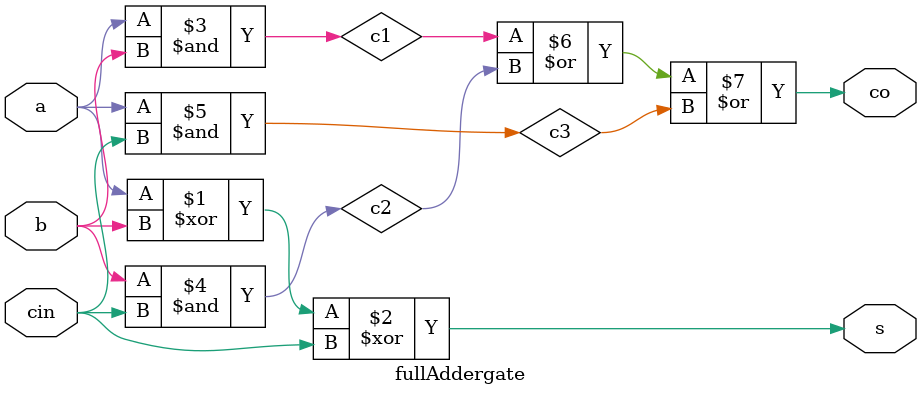
<source format=v>
`timescale 1ns / 1ps
module fullAddergate(
    input a,
    input b,
    input cin,
    output s,
    output co
    );
wire c1,c2,c3,out1;
xor x1(s,a,b,cin);
and a1(c1,a,b);
and a2(c2,b,cin);
and a3(c3,a,cin);
or o1(co,c1,c2,c3);
endmodule

</source>
